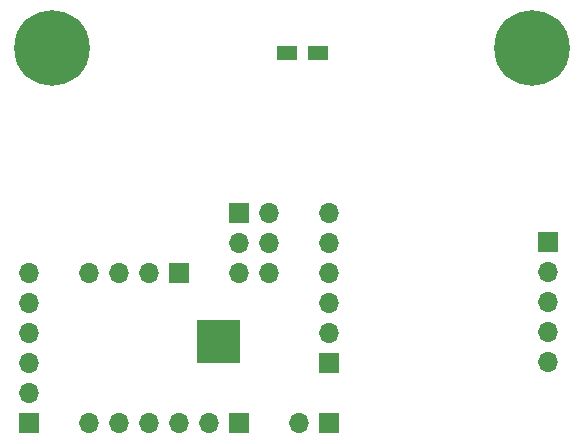
<source format=gbr>
%TF.GenerationSoftware,KiCad,Pcbnew,(5.1.12)-1*%
%TF.CreationDate,2022-08-18T02:06:40-04:00*%
%TF.ProjectId,MiniMicro,4d696e69-4d69-4637-926f-2e6b69636164,rev?*%
%TF.SameCoordinates,Original*%
%TF.FileFunction,Soldermask,Bot*%
%TF.FilePolarity,Negative*%
%FSLAX46Y46*%
G04 Gerber Fmt 4.6, Leading zero omitted, Abs format (unit mm)*
G04 Created by KiCad (PCBNEW (5.1.12)-1) date 2022-08-18 02:06:40*
%MOMM*%
%LPD*%
G01*
G04 APERTURE LIST*
%ADD10C,0.100000*%
%ADD11C,6.400000*%
%ADD12O,1.700000X1.700000*%
%ADD13R,1.700000X1.700000*%
%ADD14C,0.500000*%
%ADD15R,1.800000X1.250000*%
G04 APERTURE END LIST*
D10*
G36*
X218440000Y-111633000D02*
G01*
X214884000Y-111633000D01*
X214884000Y-108077000D01*
X218440000Y-108077000D01*
X218440000Y-111633000D01*
G37*
X218440000Y-111633000D02*
X214884000Y-111633000D01*
X214884000Y-108077000D01*
X218440000Y-108077000D01*
X218440000Y-111633000D01*
D11*
%TO.C,REF\u002A\u002A*%
X202565000Y-85090000D03*
%TD*%
%TO.C,REF\u002A\u002A*%
X243205000Y-85090000D03*
%TD*%
D12*
%TO.C,J7*%
X200660000Y-104140000D03*
X200660000Y-106680000D03*
X200660000Y-109220000D03*
X200660000Y-111760000D03*
X200660000Y-114300000D03*
D13*
X200660000Y-116840000D03*
%TD*%
%TO.C,J8*%
X213360000Y-104140000D03*
D12*
X210820000Y-104140000D03*
X208280000Y-104140000D03*
X205740000Y-104140000D03*
%TD*%
%TO.C,J6*%
X223520000Y-116840000D03*
D13*
X226060000Y-116840000D03*
%TD*%
D12*
%TO.C,J5*%
X205740000Y-116840000D03*
X208280000Y-116840000D03*
X210820000Y-116840000D03*
X213360000Y-116840000D03*
X215900000Y-116840000D03*
D13*
X218440000Y-116840000D03*
%TD*%
D12*
%TO.C,J4*%
X226060000Y-99060000D03*
X226060000Y-101600000D03*
X226060000Y-104140000D03*
X226060000Y-106680000D03*
X226060000Y-109220000D03*
D13*
X226060000Y-111760000D03*
%TD*%
D12*
%TO.C,J2*%
X244602000Y-111633000D03*
X244602000Y-109093000D03*
X244602000Y-106553000D03*
X244602000Y-104013000D03*
D13*
X244602000Y-101473000D03*
%TD*%
D12*
%TO.C,J1*%
X220980000Y-104140000D03*
X218440000Y-104140000D03*
X220980000Y-101600000D03*
X218440000Y-101600000D03*
X220980000Y-99060000D03*
D13*
X218440000Y-99060000D03*
%TD*%
D14*
%TO.C,IC1*%
X215662000Y-110855000D03*
X216662000Y-110855000D03*
X217662000Y-110855000D03*
X217662000Y-109855000D03*
X217662000Y-108855000D03*
X216662000Y-108855000D03*
X215662000Y-108855000D03*
X215662000Y-109855000D03*
X216662000Y-109855000D03*
%TD*%
D15*
%TO.C,C12*%
X225074000Y-85471000D03*
X222474000Y-85471000D03*
%TD*%
M02*

</source>
